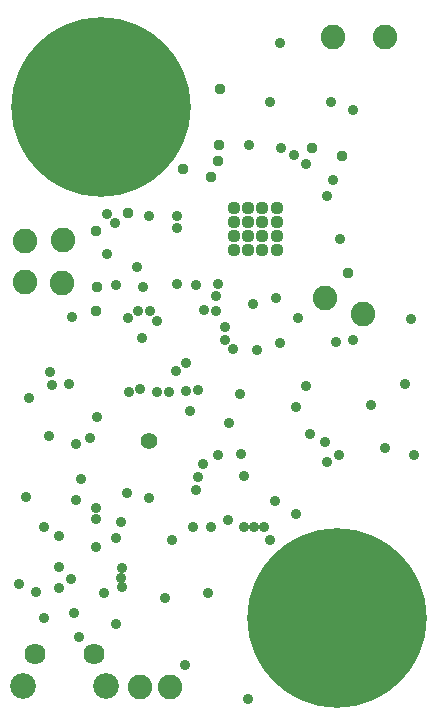
<source format=gbr>
G04 EAGLE Gerber RS-274X export*
G75*
%MOMM*%
%FSLAX34Y34*%
%LPD*%
%INSoldermask Bottom*%
%IPPOS*%
%AMOC8*
5,1,8,0,0,1.08239X$1,22.5*%
G01*
%ADD10C,2.082800*%
%ADD11C,1.111200*%
%ADD12C,1.785400*%
%ADD13C,2.183200*%
%ADD14C,0.908800*%
%ADD15C,0.958800*%
%ADD16C,1.403200*%
%ADD17C,15.203200*%


D10*
X142500Y24800D03*
X117100Y24800D03*
D11*
X197000Y430500D03*
X197000Y418500D03*
X197000Y406500D03*
X197000Y394500D03*
X209000Y430500D03*
X209000Y418500D03*
X209000Y406500D03*
X209000Y394500D03*
X221000Y430500D03*
X221000Y418500D03*
X221000Y406500D03*
X221000Y394500D03*
X233000Y430500D03*
X233000Y418500D03*
X233000Y406500D03*
X233000Y394500D03*
D10*
X51000Y367000D03*
X52000Y403000D03*
X281000Y575000D03*
X20000Y402500D03*
X20000Y367500D03*
X306500Y340000D03*
X325000Y575000D03*
X274000Y353500D03*
D12*
X28500Y52480D03*
X78500Y52480D03*
D13*
X18500Y25480D03*
X88500Y25480D03*
D14*
X101000Y117000D03*
X102000Y125000D03*
X102000Y109000D03*
X213440Y159750D03*
X222000Y160000D03*
X205000Y160000D03*
X209000Y14000D03*
X15000Y112000D03*
X66000Y67000D03*
X177000Y160000D03*
X227000Y520000D03*
X298000Y513000D03*
X258000Y279000D03*
X283000Y317000D03*
X43000Y280000D03*
X276000Y215000D03*
X249000Y171000D03*
X175000Y104000D03*
X63000Y230330D03*
X80000Y176000D03*
X23000Y269000D03*
X349000Y221000D03*
X274000Y232000D03*
X205000Y203000D03*
D15*
X154000Y463000D03*
X80000Y343000D03*
D14*
X116000Y343000D03*
X120000Y363000D03*
X115178Y380000D03*
X60000Y338000D03*
X209322Y483000D03*
X237000Y481000D03*
X61000Y87000D03*
D16*
X125000Y232500D03*
D14*
X41000Y291000D03*
X342000Y281000D03*
X347000Y336000D03*
X279000Y520000D03*
X236000Y570000D03*
D15*
X183000Y470000D03*
D14*
X191595Y165688D03*
X260985Y239078D03*
X189000Y318000D03*
X183487Y365940D03*
X36000Y83000D03*
X29000Y105000D03*
X87000Y104000D03*
X80000Y143000D03*
X97000Y365000D03*
X227000Y149000D03*
X232000Y182000D03*
X36000Y160000D03*
X80000Y166658D03*
X97155Y150495D03*
X100965Y163830D03*
X144000Y149000D03*
X138678Y100000D03*
X49000Y108000D03*
X49000Y126000D03*
X49000Y152000D03*
X21000Y185000D03*
X162000Y160000D03*
X165000Y191000D03*
X57000Y281000D03*
X67000Y201000D03*
X183000Y221000D03*
X125000Y184806D03*
X159366Y258366D03*
X182000Y342617D03*
X193000Y248000D03*
X203000Y222000D03*
X155000Y43000D03*
X97000Y78000D03*
X59000Y116000D03*
X107000Y337000D03*
X119000Y320000D03*
X189000Y329000D03*
X182000Y355261D03*
X131576Y274000D03*
X117000Y277000D03*
X131923Y334328D03*
X141440Y274000D03*
X108000Y274000D03*
X164783Y364808D03*
X148000Y292000D03*
X126000Y342694D03*
X166731Y276269D03*
X171105Y344000D03*
X96203Y417195D03*
X156210Y275273D03*
X166688Y201930D03*
X285750Y220980D03*
X156210Y299000D03*
X106000Y189000D03*
X171000Y213000D03*
X81000Y253000D03*
X40000Y237000D03*
X75000Y235000D03*
X63000Y183000D03*
D15*
X293000Y375000D03*
D14*
X149000Y413000D03*
X149000Y366000D03*
X325000Y227000D03*
X313000Y263000D03*
X249000Y262000D03*
X216000Y310000D03*
X232500Y354254D03*
D15*
X177000Y456000D03*
X107000Y426000D03*
D14*
X89000Y425000D03*
X89000Y391000D03*
X149000Y423000D03*
X125000Y423000D03*
D15*
X81000Y363000D03*
X80000Y411000D03*
X263000Y481000D03*
X288000Y474000D03*
D14*
X251000Y337000D03*
X275331Y440000D03*
D15*
X185000Y531000D03*
X184000Y483000D03*
D14*
X213164Y348836D03*
X195623Y310623D03*
X286703Y403860D03*
X258175Y467580D03*
X298000Y318000D03*
X248000Y475000D03*
D17*
X284000Y83000D03*
X84000Y516000D03*
D14*
X236000Y316000D03*
X202000Y273000D03*
X280653Y453578D03*
M02*

</source>
